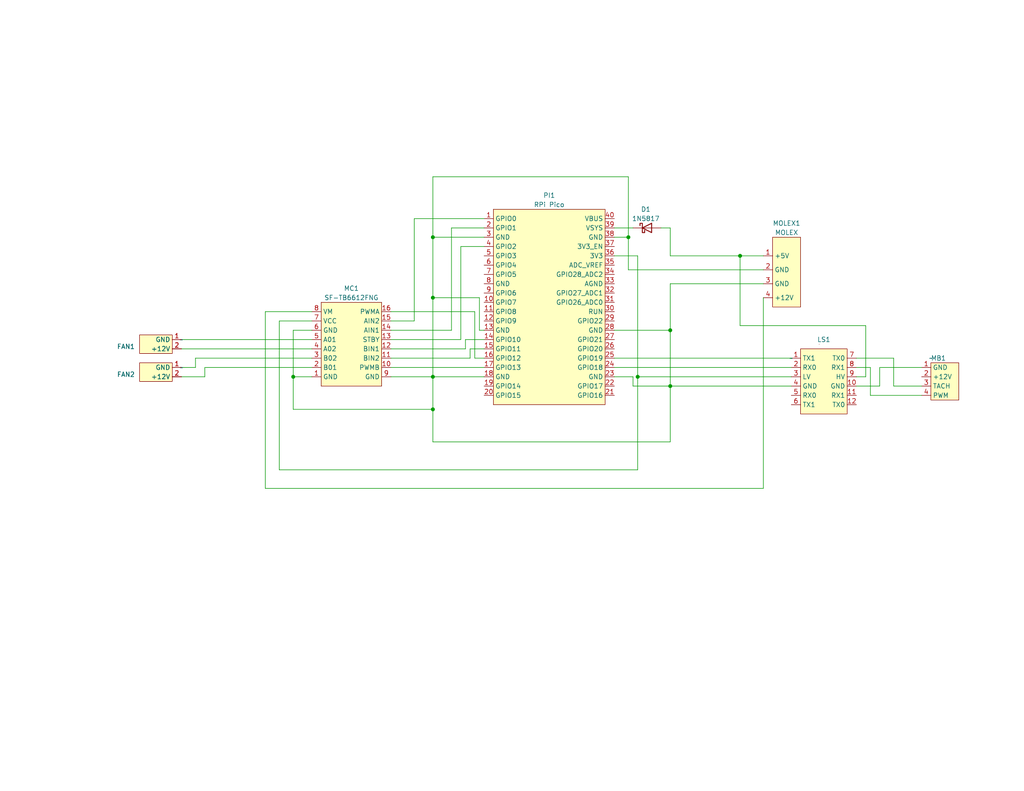
<source format=kicad_sch>
(kicad_sch (version 20230121) (generator eeschema)
  (paper "USLetter")
  (title_block (title "PC Fan Case Voltage Adapter"))
  (lib_symbols
    (symbol "Diode:1N5817" (pin_numbers hide) (pin_names (offset 1.016) hide)
      (property "Reference" "D" (at 0 2.54 0))
      (property "Value" "1N5817" (at 0 -2.54 0))
      (symbol "1N5817_0_1"
        (polyline (pts (xy 1.27 0) (xy -1.27 0)))
        (polyline (pts (xy 1.27 1.27) (xy 1.27 -1.27) (xy -1.27 0) (xy 1.27 1.27)) (stroke (width 0.254)))
        (polyline (pts (xy -1.905 0.635) (xy -1.905 1.27) (xy -1.27 1.27) (xy -1.27 -1.27) (xy -0.635 -1.27) (xy -0.635 -0.635)) (stroke (width 0.254)))
      )
      (symbol "1N5817_1_1"
        (pin passive line (at -3.81 0 0) (length 2.54) (name "K") (number "1"))
        (pin passive line (at 3.81 0 180) (length 2.54) (name "A") (number "2"))
      )
    )
    (symbol "Project Components:Fan_Connector"
      (property "Reference" "FAN" (at 2.54 -1.27 0))
      (symbol "Fan_Connector_0_0"
        (pin passive line (at -2.54 -3.81 0) (length 2.54) (name "GND") (number "1"))
        (pin power_out line (at -2.54 -6.35 0) (length 2.54) (name "+12V") (number "2"))
      )
      (symbol "Fan_Connector_1_1"
        (rectangle (start 0 -2.54) (end 8.89 -7.62) (fill (type background)))
      )
    )
    (symbol "Project Components:Level_Shifter"
      (property "Reference" "LS" (at -5.08 10.16 0))
      (symbol "Level_Shifter_0_0"
        (pin unspecified line (at 8.89 -6.35 180) (length 2.54) (name "TX1") (number "1"))
        (pin unspecified line (at -8.89 1.27 0) (length 2.54) (name "GND") (number "10"))
        (pin unspecified line (at -8.89 3.81 0) (length 2.54) (name "RX1") (number "11"))
        (pin unspecified line (at -8.89 6.35 0) (length 2.54) (name "TX0") (number "12"))
        (pin unspecified line (at 8.89 -3.81 180) (length 2.54) (name "RX0") (number "2"))
        (pin unspecified line (at 8.89 -1.27 180) (length 2.54) (name "LV") (number "3"))
        (pin unspecified line (at 8.89 1.27 180) (length 2.54) (name "GND") (number "4"))
        (pin unspecified line (at 8.89 3.81 180) (length 2.54) (name "RX0") (number "5"))
        (pin unspecified line (at 8.89 6.35 180) (length 2.54) (name "TX1") (number "6"))
        (pin unspecified line (at -8.89 -6.35 0) (length 2.54) (name "TX0") (number "7"))
        (pin unspecified line (at -8.89 -3.81 0) (length 2.54) (name "RX1") (number "8"))
        (pin unspecified line (at -8.89 -1.27 0) (length 2.54) (name "HV") (number "9"))
      )
      (symbol "Level_Shifter_0_1"
        (rectangle (start 1.27 -10.16) (end 1.27 -10.16))
      )
      (symbol "Level_Shifter_1_1"
        (rectangle (start -6.35 8.89) (end 6.35 -8.89) (fill (type background)))
      )
    )
    (symbol "Project Components:MB_Fan_Header"
      (property "Reference" "MB" (at 1.27 0 0))
      (symbol "MB_Fan_Header_0_0"
        (pin passive line (at -2.54 -2.54 0) (length 2.54) (name "GND") (number "1"))
        (pin power_in line (at -2.54 -5.08 0) (length 2.54) (name "+12V") (number "2"))
        (pin output line (at -2.54 -7.62 0) (length 2.54) (name "TACH") (number "3"))
        (pin input line (at -2.54 -10.16 0) (length 2.54) (name "PWM") (number "4"))
      )
      (symbol "MB_Fan_Header_1_1"
        (rectangle (start 0 -1.27) (end 7.62 -11.43) (fill (type background)))
      )
    )
    (symbol "Project Components:Molex"
      (property "Reference" "MOLEX" (at -3.81 2.54 0))
      (symbol "Molex_1_1"
        (rectangle (start -5.08 1.27) (end 2.54 -17.78) (fill (type background)))
        (pin power_in line (at 5.08 -3.81 180) (length 2.54) (name "+5V") (number "1"))
        (pin passive line (at 5.08 -7.62 180) (length 2.54) (name "GND") (number "2"))
        (pin passive line (at 5.08 -11.43 180) (length 2.54) (name "GND") (number "3"))
        (pin power_in line (at 5.08 -15.24 180) (length 2.54) (name "+12V") (number "4"))
      )
    )
    (symbol "Project Components:RPi_Pico"
      (property "Reference" "PI" (at -13.97 27.94 0))
      (property "Value" "RPi Pico" (at 0 24.13 0))
      (symbol "RPi_Pico_0_0"
        (pin bidirectional line (at -17.78 24.13 0) (length 2.54) (name "GPIO0") (number "1"))
        (pin bidirectional line (at -17.78 1.27 0) (length 2.54) (name "GPIO7") (number "10"))
        (pin bidirectional line (at -17.78 -1.27 0) (length 2.54) (name "GPIO8") (number "11"))
        (pin bidirectional line (at -17.78 -3.81 0) (length 2.54) (name "GPIO9") (number "12"))
        (pin passive line (at -17.78 -6.35 0) (length 2.54) (name "GND") (number "13"))
        (pin bidirectional line (at -17.78 -8.89 0) (length 2.54) (name "GPIO10") (number "14"))
        (pin bidirectional line (at -17.78 -11.43 0) (length 2.54) (name "GPIO11") (number "15"))
        (pin bidirectional line (at -17.78 -13.97 0) (length 2.54) (name "GPIO12") (number "16"))
        (pin bidirectional line (at -17.78 -16.51 0) (length 2.54) (name "GPIO13") (number "17"))
        (pin passive line (at -17.78 -19.05 0) (length 2.54) (name "GND") (number "18"))
        (pin bidirectional line (at -17.78 -21.59 0) (length 2.54) (name "GPIO14") (number "19"))
        (pin bidirectional line (at -17.78 21.59 0) (length 2.54) (name "GPIO1") (number "2"))
        (pin bidirectional line (at -17.78 -24.13 0) (length 2.54) (name "GPIO15") (number "20"))
        (pin bidirectional line (at 17.78 -24.13 180) (length 2.54) (name "GPIO16") (number "21"))
        (pin bidirectional line (at 17.78 -21.59 180) (length 2.54) (name "GPIO17") (number "22"))
        (pin passive line (at 17.78 -19.05 180) (length 2.54) (name "GND") (number "23"))
        (pin bidirectional line (at 17.78 -16.51 180) (length 2.54) (name "GPIO18") (number "24"))
        (pin bidirectional line (at 17.78 -13.97 180) (length 2.54) (name "GPIO19") (number "25"))
        (pin bidirectional line (at 17.78 -11.43 180) (length 2.54) (name "GPIO20") (number "26"))
        (pin bidirectional line (at 17.78 -8.89 180) (length 2.54) (name "GPIO21") (number "27"))
        (pin passive line (at 17.78 -6.35 180) (length 2.54) (name "GND") (number "28"))
        (pin bidirectional line (at 17.78 -3.81 180) (length 2.54) (name "GPIO22") (number "29"))
        (pin passive line (at -17.78 19.05 0) (length 2.54) (name "GND") (number "3"))
        (pin input line (at 17.78 -1.27 180) (length 2.54) (name "RUN") (number "30"))
        (pin bidirectional line (at 17.78 1.27 180) (length 2.54) (name "GPIO26_ADC0") (number "31"))
        (pin bidirectional line (at 17.78 3.81 180) (length 2.54) (name "GPIO27_ADC1") (number "32"))
        (pin passive line (at 17.78 6.35 180) (length 2.54) (name "AGND") (number "33"))
        (pin bidirectional line (at 17.78 8.89 180) (length 2.54) (name "GPIO28_ADC2") (number "34"))
        (pin passive line (at 17.78 11.43 180) (length 2.54) (name "ADC_VREF") (number "35"))
        (pin power_in line (at 17.78 13.97 180) (length 2.54) (name "3V3") (number "36"))
        (pin input line (at 17.78 16.51 180) (length 2.54) (name "3V3_EN") (number "37"))
        (pin passive line (at 17.78 19.05 180) (length 2.54) (name "GND") (number "38"))
        (pin power_in line (at 17.78 21.59 180) (length 2.54) (name "VSYS") (number "39"))
        (pin bidirectional line (at -17.78 16.51 0) (length 2.54) (name "GPIO2") (number "4"))
        (pin power_in line (at 17.78 24.13 180) (length 2.54) (name "VBUS") (number "40"))
        (pin bidirectional line (at -17.78 13.97 0) (length 2.54) (name "GPIO3") (number "5"))
        (pin bidirectional line (at -17.78 11.43 0) (length 2.54) (name "GPIO4") (number "6"))
        (pin bidirectional line (at -17.78 8.89 0) (length 2.54) (name "GPIO5") (number "7"))
        (pin passive line (at -17.78 6.35 0) (length 2.54) (name "GND") (number "8"))
        (pin bidirectional line (at -17.78 3.81 0) (length 2.54) (name "GPIO6") (number "9"))
      )
      (symbol "RPi_Pico_1_1"
        (rectangle (start -15.24 26.67) (end 15.24 -26.67) (fill (type background)))
      )
    )
    (symbol "Project Components:SF-TB6612FNG"
      (property "Reference" "MC" (at -6.35 11.43 0))
      (property "Value" "SF-TB6612FNG" (at 0 -13.97 0))
      (symbol "SF-TB6612FNG_0_0"
        (pin passive line (at -10.16 -10.16 0) (length 2.54) (name "GND") (number "1"))
        (pin input line (at 11.43 -7.62 180) (length 2.54) (name "PWMB") (number "10"))
        (pin input line (at 11.43 -5.08 180) (length 2.54) (name "BIN2") (number "11"))
        (pin input line (at 11.43 -2.54 180) (length 2.54) (name "BIN1") (number "12"))
        (pin input line (at 11.43 0 180) (length 2.54) (name "STBY") (number "13"))
        (pin input line (at 11.43 2.54 180) (length 2.54) (name "AIN1") (number "14"))
        (pin input line (at 11.43 5.08 180) (length 2.54) (name "AIN2") (number "15"))
        (pin input line (at 11.43 7.62 180) (length 2.54) (name "PWMA") (number "16"))
        (pin power_out line (at -10.16 -7.62 0) (length 2.54) (name "B01") (number "2"))
        (pin power_out line (at -10.16 -5.08 0) (length 2.54) (name "B02") (number "3"))
        (pin power_out line (at -10.16 -2.54 0) (length 2.54) (name "A02") (number "4"))
        (pin power_out line (at -10.16 0 0) (length 2.54) (name "A01") (number "5"))
        (pin input line (at -10.16 2.54 0) (length 2.54) (name "GND") (number "6"))
        (pin power_in line (at -10.16 5.08 0) (length 2.54) (name "VCC") (number "7"))
        (pin power_in line (at -10.16 7.62 0) (length 2.54) (name "VM") (number "8"))
        (pin passive line (at 11.43 -10.16 180) (length 2.54) (name "GND") (number "9"))
      )
      (symbol "SF-TB6612FNG_1_1"
        (rectangle (start -7.62 10.16) (end 8.89 -12.7) (fill (type background)))
      )
    )
  )
  (junction (at 118.11 102.87))
  (junction (at 118.11 64.77))
  (junction (at 201.93 69.85))
  (junction (at 80.01 102.87))
  (junction (at 118.11 111.76))
  (junction (at 118.11 81.28))
  (junction (at 173.99 102.87))
  (junction (at 182.88 105.41))
  (junction (at 182.88 90.17))
  (junction (at 171.45 64.77))
  (wire (pts (xy 85.09 100.33) (xy 55.88 100.33)))
  (wire (pts (xy 53.34 100.33) (xy 53.34 97.79)))
  (wire (pts (xy 125.73 67.31) (xy 132.08 67.31)))
  (wire (pts (xy 182.88 62.23) (xy 180.34 62.23)))
  (wire (pts (xy 167.64 100.33) (xy 215.9 100.33)))
  (wire (pts (xy 243.84 97.79) (xy 233.68 97.79)))
  (wire (pts (xy 80.01 111.76) (xy 118.11 111.76)))
  (wire (pts (xy 172.72 102.87) (xy 172.72 105.41)))
  (wire (pts (xy 118.11 111.76) (xy 118.11 120.65)))
  (wire (pts (xy 182.88 77.47) (xy 182.88 90.17)))
  (wire (pts (xy 130.81 90.17) (xy 130.81 81.28)))
  (wire (pts (xy 72.39 133.35) (xy 72.39 85.09)))
  (wire (pts (xy 113.03 59.69) (xy 132.08 59.69)))
  (wire (pts (xy 182.88 90.17) (xy 182.88 105.41)))
  (wire (pts (xy 236.22 88.9) (xy 236.22 102.87)))
  (wire (pts (xy 208.28 81.28) (xy 208.28 133.35)))
  (wire (pts (xy 173.99 102.87) (xy 173.99 128.27)))
  (wire (pts (xy 118.11 64.77) (xy 118.11 81.28)))
  (wire (pts (xy 129.54 97.79) (xy 129.54 85.09)))
  (wire (pts (xy 167.64 69.85) (xy 173.99 69.85)))
  (wire (pts (xy 106.68 87.63) (xy 113.03 87.63)))
  (wire (pts (xy 118.11 102.87) (xy 118.11 111.76)))
  (wire (pts (xy 167.64 62.23) (xy 172.72 62.23)))
  (wire (pts (xy 182.88 69.85) (xy 201.93 69.85)))
  (wire (pts (xy 208.28 133.35) (xy 72.39 133.35)))
  (wire (pts (xy 49.53 92.71) (xy 85.09 92.71)))
  (wire (pts (xy 53.34 97.79) (xy 85.09 97.79)))
  (wire (pts (xy 49.53 100.33) (xy 53.34 100.33)))
  (wire (pts (xy 201.93 69.85) (xy 208.28 69.85)))
  (wire (pts (xy 201.93 69.85) (xy 201.93 88.9)))
  (wire (pts (xy 167.64 97.79) (xy 215.9 97.79)))
  (wire (pts (xy 49.53 102.87) (xy 55.88 102.87)))
  (wire (pts (xy 85.09 90.17) (xy 80.01 90.17)))
  (wire (pts (xy 237.49 107.95) (xy 237.49 100.33)))
  (wire (pts (xy 106.68 92.71) (xy 125.73 92.71)))
  (wire (pts (xy 113.03 59.69) (xy 113.03 87.63)))
  (wire (pts (xy 240.03 105.41) (xy 233.68 105.41)))
  (wire (pts (xy 49.53 95.25) (xy 85.09 95.25)))
  (wire (pts (xy 173.99 69.85) (xy 173.99 102.87)))
  (wire (pts (xy 167.64 102.87) (xy 172.72 102.87)))
  (wire (pts (xy 182.88 105.41) (xy 215.9 105.41)))
  (wire (pts (xy 106.68 85.09) (xy 129.54 85.09)))
  (wire (pts (xy 130.81 81.28) (xy 118.11 81.28)))
  (wire (pts (xy 118.11 48.26) (xy 118.11 64.77)))
  (wire (pts (xy 106.68 95.25) (xy 127 95.25)))
  (wire (pts (xy 72.39 85.09) (xy 85.09 85.09)))
  (wire (pts (xy 118.11 81.28) (xy 118.11 102.87)))
  (wire (pts (xy 128.27 97.79) (xy 128.27 95.25)))
  (wire (pts (xy 123.19 62.23) (xy 132.08 62.23)))
  (wire (pts (xy 76.2 87.63) (xy 76.2 128.27)))
  (wire (pts (xy 236.22 102.87) (xy 233.68 102.87)))
  (wire (pts (xy 118.11 64.77) (xy 132.08 64.77)))
  (wire (pts (xy 171.45 73.66) (xy 208.28 73.66)))
  (wire (pts (xy 167.64 90.17) (xy 182.88 90.17)))
  (wire (pts (xy 106.68 100.33) (xy 132.08 100.33)))
  (wire (pts (xy 251.46 100.33) (xy 240.03 100.33)))
  (wire (pts (xy 173.99 102.87) (xy 215.9 102.87)))
  (wire (pts (xy 80.01 90.17) (xy 80.01 102.87)))
  (wire (pts (xy 171.45 48.26) (xy 118.11 48.26)))
  (wire (pts (xy 201.93 88.9) (xy 236.22 88.9)))
  (wire (pts (xy 80.01 102.87) (xy 85.09 102.87)))
  (wire (pts (xy 243.84 105.41) (xy 243.84 97.79)))
  (wire (pts (xy 125.73 92.71) (xy 125.73 67.31)))
  (wire (pts (xy 251.46 105.41) (xy 243.84 105.41)))
  (wire (pts (xy 76.2 128.27) (xy 173.99 128.27)))
  (wire (pts (xy 251.46 107.95) (xy 237.49 107.95)))
  (wire (pts (xy 128.27 95.25) (xy 132.08 95.25)))
  (wire (pts (xy 123.19 62.23) (xy 123.19 90.17)))
  (wire (pts (xy 237.49 100.33) (xy 233.68 100.33)))
  (wire (pts (xy 171.45 48.26) (xy 171.45 64.77)))
  (wire (pts (xy 132.08 97.79) (xy 129.54 97.79)))
  (wire (pts (xy 132.08 90.17) (xy 130.81 90.17)))
  (wire (pts (xy 167.64 64.77) (xy 171.45 64.77)))
  (wire (pts (xy 55.88 100.33) (xy 55.88 102.87)))
  (wire (pts (xy 127 95.25) (xy 127 92.71)))
  (wire (pts (xy 172.72 105.41) (xy 182.88 105.41)))
  (wire (pts (xy 182.88 62.23) (xy 182.88 69.85)))
  (wire (pts (xy 182.88 120.65) (xy 118.11 120.65)))
  (wire (pts (xy 127 92.71) (xy 132.08 92.71)))
  (wire (pts (xy 208.28 77.47) (xy 182.88 77.47)))
  (wire (pts (xy 106.68 97.79) (xy 128.27 97.79)))
  (wire (pts (xy 171.45 64.77) (xy 171.45 73.66)))
  (wire (pts (xy 85.09 87.63) (xy 76.2 87.63)))
  (wire (pts (xy 182.88 105.41) (xy 182.88 120.65)))
  (wire (pts (xy 106.68 102.87) (xy 118.11 102.87)))
  (wire (pts (xy 106.68 90.17) (xy 123.19 90.17)))
  (wire (pts (xy 240.03 100.33) (xy 240.03 105.41)))
  (wire (pts (xy 80.01 102.87) (xy 80.01 111.76)))
  (wire (pts (xy 118.11 102.87) (xy 132.08 102.87)))
  (symbol (lib_id "Project Components:RPi_Pico") (at 149.86 83.82 0) (unit 1)
    (property "Reference" "PI1" (at 149.86 53.34 0))
    (property "Value" "RPi Pico" (at 149.86 55.88 0))
    (property "Footprint" "Project Components:RPi Pico" (effects hide))
  )
  (symbol (lib_id "Project Components:Molex") (at 213.36 66.04 0) (mirror y) (unit 1)
    (property "Reference" "MOLEX1" (at 214.63 60.96 0))
    (property "Value" "MOLEX" (at 214.63 63.5 0))
    (property "Footprint" "Project Components:Molex Connector" (effects hide))
  )
  (symbol (lib_id "Diode:1N5817") (at 176.53 62.23 0) (unit 1)
    (property "Reference" "D1" (at 176.2125 57.15 0))
    (property "Value" "1N5817" (at 176.2125 59.69 0))
    (property "Footprint" "Diode_THT:D_DO-41_SOD81_P10.16mm_Horizontal" (effects hide))
    (property "Datasheet" "http://www.vishay.com/docs/88525/1n5817.pdf" (effects hide))
  )
  (symbol (lib_id "Project Components:Fan_Connector") (at 46.99 88.9 0) (mirror y) (unit 1)
    (property "Reference" "FAN1" (at 36.83 94.615 0) (effects (justify left)))
    (property "Value" "~" (at 49.53 92.71 0))
    (property "Footprint" "Project Components:Fan Connector" (effects hide))
  )
  (symbol (lib_id "Project Components:Level_Shifter") (at 224.79 104.14 180) (unit 1)
    (property "Reference" "LS1" (at 224.79 92.71 0))
    (property "Value" "~" (at 215.9 97.79 0))
    (property "Footprint" "Project Components:Level_Shifter" (effects hide))
  )
  (symbol (lib_id "Project Components:MB_Fan_Header") (at 254 97.79 0) (unit 1)
    (property "Reference" "MB1" (at 254 97.79 0) (effects (justify left)))
    (property "Value" "~" (at 254 97.79 0))
    (property "Footprint" "Project Components:MB_Fan_Header" (effects hide))
  )
  (symbol (lib_id "Project Components:SF-TB6612FNG") (at 95.25 92.71 0) (unit 1)
    (property "Reference" "MC1" (at 95.885 78.74 0))
    (property "Value" "SF-TB6612FNG" (at 95.885 81.28 0))
    (property "Footprint" "Project Components:SF-TB6612FNG" (effects hide))
  )
  (symbol (lib_id "Project Components:Fan_Connector") (at 46.99 96.52 0) (mirror y) (unit 1)
    (property "Reference" "FAN2" (at 36.83 102.235 0) (effects (justify left)))
    (property "Value" "~" (at 49.53 100.33 0))
    (property "Footprint" "Project Components:Fan Connector" (effects hide))
  )
)
</source>
